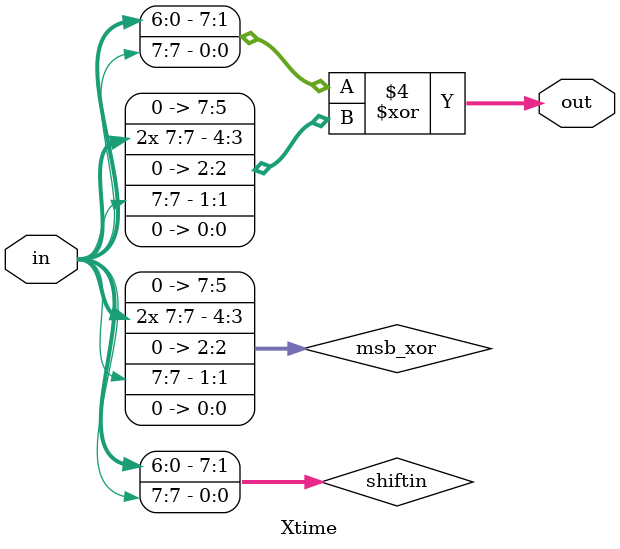
<source format=v>
module MixColumn (
    in,out,out_inv
);
input [127:0] in;
output reg [127:0] out,out_inv;

reg [31:0] in_col [0:3];
wire [31:0] out_col [0:3], out_inv_col [0:3];
integer i;
always @(*) begin
    for(i=0;i<4;i=i+1)begin
        in_col[i] = in[127-32*i -: 32];
        out[127-32*i -: 32] = out_col[i];
        out_inv[127-32*i -: 32] = out_inv_col[i];
    end
end
genvar j;
generate
    for (j=0;j<4;j=j+1) begin
        MixOneColumn m0(.in(in_col[j]),.out(out_col[j]),.out_inv(out_inv_col[j]));
    end
endgenerate

endmodule


module MixOneColumn (
    in,out,out_inv
);
input [31:0] in;
output [31:0] out,out_inv;

wire [7:0] A [0:3]; //input
reg [7:0] out_w [0:3];//out
wire [7:0] out_inv_w [0:3];
assign {A[0],A[1],A[2],A[3]} = in;
assign out = {out_w[0],out_w[1],out_w[2],out_w[3]};
assign out_inv = {out_inv_w[0],out_inv_w[1],out_inv_w[2],out_inv_w[3]};

wire [7:0] sum; // 4 xor sum
assign sum = A[0] ^ A[1] ^ A[2] ^ A[3];

reg [7:0] two_sum [0:3]; // 0+1 ; 1+2 ; 2+3 ; 3+0
wire [7:0] two_sumx2 [0:3];
integer i;
//two_sum
always @(*) begin
    for(i=0;i<4;i=i+1)begin
        two_sum[i] = A[i] ^ A[(i+1)%4];
    end
end
//two_sumx2
genvar j;
generate
    for(j=0;j<4;j=j+1)begin
        Xtime x0(.in(two_sum[j]),.out(two_sumx2[j]));
    end
endgenerate
//out_w
always @(*) begin
    for(i=0;i<4;i=i+1)begin
        out_w[i] = A[i] ^ two_sumx2[i] ^ sum;
    end
end

//out_inv
wire [7:0] sum02 = out_w[0] ^ out_w[2];
wire [7:0] sum13 = out_w[1] ^ out_w[3];
wire [7:0] sum0x2,sum0x4,sum1x2,sum1x4;
Xtime x1(sum02,sum0x2);
Xtime x2(sum0x2,sum0x4);
Xtime x3(sum13,sum1x2);
Xtime x4(sum1x2,sum1x4);
assign out_inv_w[0] = out_w[0] ^ sum0x4;
assign out_inv_w[1] = out_w[1] ^ sum1x4;
assign out_inv_w[2] = out_w[2] ^ sum0x4;
assign out_inv_w[3] = out_w[3] ^ sum1x4;
    
endmodule



module Xtime(
    in,out
);

input [7:0] in;
output [7:0] out;

wire [7:0] shiftin;
wire [7:0] msb_xor;

assign shiftin[7:1] = in[6:0];
assign shiftin[0]   = in[7];

assign msb_xor = {3'b0,in[7],in[7],1'b0,in[7],1'b0};

assign out = shiftin ^ msb_xor;

endmodule
</source>
